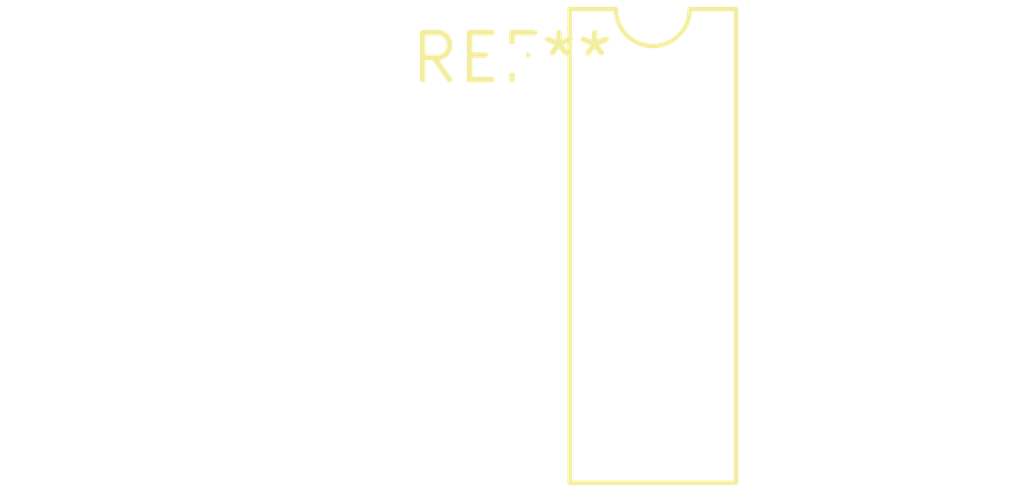
<source format=kicad_pcb>
(kicad_pcb (version 20240108) (generator pcbnew)
  (layers (0 "F.Cu" signal) (31 "B.Cu" signal) (34 "B.Paste" user) (35 "F.Paste" user) (36 "B.SilkS" user "B.Silkscreen") (37 "F.SilkS" user "F.Silkscreen") (38 "B.Mask" user) (39 "F.Mask" user) (44 "Edge.Cuts" user))
  (net 0 "")
  (footprint "PowerIntegrations_SDIP-10C" (layer "F.Cu") (at 0 0)
    (property "Reference" "REF**")
    (property "Value" "PowerIntegrations_SDIP-10C")
    (fp_line (start 1.56 -1.33) (end 1.56 11.49) (layer "F.SilkS") (stroke (width 0.12)))
    (fp_line (start 1.56 11.49) (end 6.06 11.49) (layer "F.SilkS") (stroke (width 0.12)))
    (fp_line (start 2.81 -1.33) (end 1.56 -1.33) (layer "F.SilkS") (stroke (width 0.12)))
    (fp_line (start 6.06 -1.33) (end 4.81 -1.33) (layer "F.SilkS") (stroke (width 0.12)))
    (fp_line (start 6.06 11.49) (end 6.06 -1.33) (layer "F.SilkS") (stroke (width 0.12)))
    (fp_arc (start 4.81 -1.33) (mid 3.81 -0.33) (end 2.81 -1.33) (layer "F.SilkS") (stroke (width 0.12)))
    (pad "1" thru_hole rect (at 0 0) (size 2.4 1.6) (drill 0.8) (layers *.Cu *.Mask) (remove_unused_layers))
    (pad "2" thru_hole oval (at 0 2.54) (size 2.4 1.6) (drill 0.8) (layers *.Cu *.Mask) (remove_unused_layers))
    (pad "3" thru_hole oval (at 0 5.08) (size 2.4 1.6) (drill 0.8) (layers *.Cu *.Mask) (remove_unused_layers))
    (pad "5" thru_hole oval (at 0 10.16) (size 2.4 1.6) (drill 0.8) (layers *.Cu *.Mask) (remove_unused_layers))
    (pad "6" thru_hole oval (at 7.62 10.16) (size 2.4 1.6) (drill 0.8) (layers *.Cu *.Mask) (remove_unused_layers))
    (pad "7" thru_hole oval (at 7.62 7.62) (size 2.4 1.6) (drill 0.8) (layers *.Cu *.Mask) (remove_unused_layers))
    (pad "8" thru_hole oval (at 7.62 5.08) (size 2.4 1.6) (drill 0.8) (layers *.Cu *.Mask) (remove_unused_layers))
    (pad "9" thru_hole oval (at 7.62 2.54) (size 2.4 1.6) (drill 0.8) (layers *.Cu *.Mask) (remove_unused_layers))
    (pad "10" thru_hole oval (at 7.62 0) (size 2.4 1.6) (drill 0.8) (layers *.Cu *.Mask) (remove_unused_layers))
  )
)
</source>
